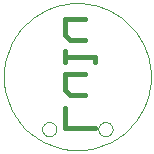
<source format=gbo>
G75*
%MOIN*%
%OFA0B0*%
%FSLAX24Y24*%
%IPPOS*%
%LPD*%
%AMOC8*
5,1,8,0,0,1.08239X$1,22.5*
%
%ADD10C,0.0000*%
%ADD11C,0.0010*%
%ADD12C,0.0180*%
D10*
X001396Y001875D02*
X001398Y001905D01*
X001404Y001935D01*
X001413Y001964D01*
X001426Y001991D01*
X001443Y002016D01*
X001462Y002039D01*
X001485Y002060D01*
X001510Y002077D01*
X001536Y002091D01*
X001565Y002101D01*
X001594Y002108D01*
X001624Y002111D01*
X001655Y002110D01*
X001685Y002105D01*
X001714Y002096D01*
X001741Y002084D01*
X001767Y002069D01*
X001791Y002050D01*
X001812Y002028D01*
X001830Y002004D01*
X001845Y001977D01*
X001856Y001949D01*
X001864Y001920D01*
X001868Y001890D01*
X001868Y001860D01*
X001864Y001830D01*
X001856Y001801D01*
X001845Y001773D01*
X001830Y001746D01*
X001812Y001722D01*
X001791Y001700D01*
X001767Y001681D01*
X001741Y001666D01*
X001714Y001654D01*
X001685Y001645D01*
X001655Y001640D01*
X001624Y001639D01*
X001594Y001642D01*
X001565Y001649D01*
X001536Y001659D01*
X001510Y001673D01*
X001485Y001690D01*
X001462Y001711D01*
X001443Y001734D01*
X001426Y001759D01*
X001413Y001786D01*
X001404Y001815D01*
X001398Y001845D01*
X001396Y001875D01*
X003271Y001875D02*
X003273Y001905D01*
X003279Y001935D01*
X003288Y001964D01*
X003301Y001991D01*
X003318Y002016D01*
X003337Y002039D01*
X003360Y002060D01*
X003385Y002077D01*
X003411Y002091D01*
X003440Y002101D01*
X003469Y002108D01*
X003499Y002111D01*
X003530Y002110D01*
X003560Y002105D01*
X003589Y002096D01*
X003616Y002084D01*
X003642Y002069D01*
X003666Y002050D01*
X003687Y002028D01*
X003705Y002004D01*
X003720Y001977D01*
X003731Y001949D01*
X003739Y001920D01*
X003743Y001890D01*
X003743Y001860D01*
X003739Y001830D01*
X003731Y001801D01*
X003720Y001773D01*
X003705Y001746D01*
X003687Y001722D01*
X003666Y001700D01*
X003642Y001681D01*
X003616Y001666D01*
X003589Y001654D01*
X003560Y001645D01*
X003530Y001640D01*
X003499Y001639D01*
X003469Y001642D01*
X003440Y001649D01*
X003411Y001659D01*
X003385Y001673D01*
X003360Y001690D01*
X003337Y001711D01*
X003318Y001734D01*
X003301Y001759D01*
X003288Y001786D01*
X003279Y001815D01*
X003273Y001845D01*
X003271Y001875D01*
D11*
X000119Y003625D02*
X000121Y003724D01*
X000127Y003822D01*
X000137Y003920D01*
X000151Y004018D01*
X000169Y004115D01*
X000190Y004211D01*
X000216Y004307D01*
X000245Y004401D01*
X000278Y004494D01*
X000315Y004585D01*
X000356Y004675D01*
X000400Y004764D01*
X000447Y004850D01*
X000498Y004934D01*
X000553Y005017D01*
X000610Y005097D01*
X000671Y005174D01*
X000735Y005250D01*
X000802Y005322D01*
X000872Y005392D01*
X000944Y005459D01*
X001020Y005523D01*
X001097Y005584D01*
X001177Y005641D01*
X001260Y005696D01*
X001344Y005747D01*
X001430Y005794D01*
X001519Y005838D01*
X001609Y005879D01*
X001700Y005916D01*
X001793Y005949D01*
X001887Y005978D01*
X001983Y006004D01*
X002079Y006025D01*
X002176Y006043D01*
X002274Y006057D01*
X002372Y006067D01*
X002470Y006073D01*
X002569Y006075D01*
X002668Y006073D01*
X002766Y006067D01*
X002864Y006057D01*
X002962Y006043D01*
X003059Y006025D01*
X003155Y006004D01*
X003251Y005978D01*
X003345Y005949D01*
X003438Y005916D01*
X003529Y005879D01*
X003619Y005838D01*
X003708Y005794D01*
X003794Y005747D01*
X003878Y005696D01*
X003961Y005641D01*
X004041Y005584D01*
X004118Y005523D01*
X004194Y005459D01*
X004266Y005392D01*
X004336Y005322D01*
X004403Y005250D01*
X004467Y005174D01*
X004528Y005097D01*
X004585Y005017D01*
X004640Y004934D01*
X004691Y004850D01*
X004738Y004764D01*
X004782Y004675D01*
X004823Y004585D01*
X004860Y004494D01*
X004893Y004401D01*
X004922Y004307D01*
X004948Y004211D01*
X004969Y004115D01*
X004987Y004018D01*
X005001Y003920D01*
X005011Y003822D01*
X005017Y003724D01*
X005019Y003625D01*
X005017Y003526D01*
X005011Y003428D01*
X005001Y003330D01*
X004987Y003232D01*
X004969Y003135D01*
X004948Y003039D01*
X004922Y002943D01*
X004893Y002849D01*
X004860Y002756D01*
X004823Y002665D01*
X004782Y002575D01*
X004738Y002486D01*
X004691Y002400D01*
X004640Y002316D01*
X004585Y002233D01*
X004528Y002153D01*
X004467Y002076D01*
X004403Y002000D01*
X004336Y001928D01*
X004266Y001858D01*
X004194Y001791D01*
X004118Y001727D01*
X004041Y001666D01*
X003961Y001609D01*
X003878Y001554D01*
X003794Y001503D01*
X003708Y001456D01*
X003619Y001412D01*
X003529Y001371D01*
X003438Y001334D01*
X003345Y001301D01*
X003251Y001272D01*
X003155Y001246D01*
X003059Y001225D01*
X002962Y001207D01*
X002864Y001193D01*
X002766Y001183D01*
X002668Y001177D01*
X002569Y001175D01*
X002470Y001177D01*
X002372Y001183D01*
X002274Y001193D01*
X002176Y001207D01*
X002079Y001225D01*
X001983Y001246D01*
X001887Y001272D01*
X001793Y001301D01*
X001700Y001334D01*
X001609Y001371D01*
X001519Y001412D01*
X001430Y001456D01*
X001344Y001503D01*
X001260Y001554D01*
X001177Y001609D01*
X001097Y001666D01*
X001020Y001727D01*
X000944Y001791D01*
X000872Y001858D01*
X000802Y001928D01*
X000735Y002000D01*
X000671Y002076D01*
X000610Y002153D01*
X000553Y002233D01*
X000498Y002316D01*
X000447Y002400D01*
X000400Y002486D01*
X000356Y002575D01*
X000315Y002665D01*
X000278Y002756D01*
X000245Y002849D01*
X000216Y002943D01*
X000190Y003039D01*
X000169Y003135D01*
X000151Y003232D01*
X000137Y003330D01*
X000127Y003428D01*
X000121Y003526D01*
X000119Y003625D01*
D12*
X002147Y003699D02*
X002147Y003188D01*
X002317Y003018D01*
X002828Y003018D01*
X002828Y003699D02*
X002147Y003699D01*
X002147Y004123D02*
X002147Y004464D01*
X002147Y004293D02*
X003168Y004293D01*
X003168Y004123D01*
X002828Y004860D02*
X002317Y004860D01*
X002147Y005030D01*
X002147Y005540D01*
X002828Y005540D01*
X002147Y002594D02*
X002147Y001913D01*
X003168Y001913D01*
M02*

</source>
